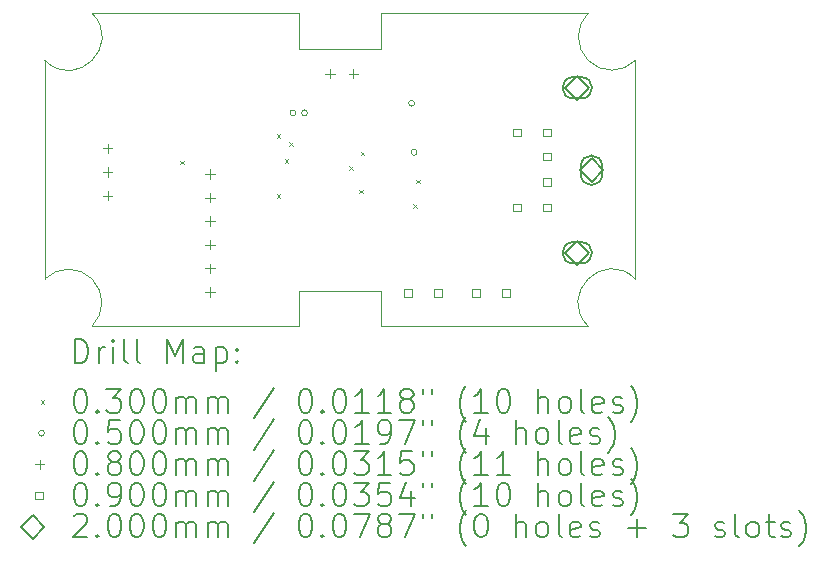
<source format=gbr>
%FSLAX45Y45*%
G04 Gerber Fmt 4.5, Leading zero omitted, Abs format (unit mm)*
G04 Created by KiCad (PCBNEW (6.0.1-0)) date 2022-03-09 23:32:51*
%MOMM*%
%LPD*%
G01*
G04 APERTURE LIST*
%TA.AperFunction,Profile*%
%ADD10C,0.050000*%
%TD*%
%ADD11C,0.200000*%
%ADD12C,0.030000*%
%ADD13C,0.050000*%
%ADD14C,0.080000*%
%ADD15C,0.090000*%
G04 APERTURE END LIST*
D10*
X5000000Y-8400000D02*
X5000000Y-10250000D01*
X7850000Y-8000000D02*
X9600000Y-8000000D01*
X5400000Y-10650000D02*
X7150000Y-10650000D01*
X7850000Y-10650000D02*
X9600000Y-10650000D01*
X7150000Y-10350000D02*
X7850000Y-10350000D01*
X7850000Y-10650000D02*
X7850000Y-10350000D01*
X7150000Y-8300000D02*
X7150000Y-8000000D01*
X7850000Y-8300000D02*
X7850000Y-8000000D01*
X7150000Y-8300000D02*
X7850000Y-8300000D01*
X5400000Y-10650000D02*
G75*
G03*
X5000000Y-10250000I-200000J200000D01*
G01*
X10000000Y-10250000D02*
G75*
G03*
X9600000Y-10650000I-200000J-200000D01*
G01*
X9600000Y-8000000D02*
G75*
G03*
X10000000Y-8400000I200000J-200000D01*
G01*
X5400000Y-8000000D02*
X7150000Y-8000000D01*
X5000000Y-8400000D02*
G75*
G03*
X5400000Y-8000000I200000J200000D01*
G01*
X7150000Y-10650000D02*
X7150000Y-10350000D01*
X10000000Y-8400000D02*
X10000000Y-10250000D01*
D11*
D12*
X6148000Y-9251000D02*
X6178000Y-9281000D01*
X6178000Y-9251000D02*
X6148000Y-9281000D01*
X6963000Y-9531000D02*
X6993000Y-9561000D01*
X6993000Y-9531000D02*
X6963000Y-9561000D01*
X6965000Y-9027000D02*
X6995000Y-9057000D01*
X6995000Y-9027000D02*
X6965000Y-9057000D01*
X7030500Y-9234500D02*
X7060500Y-9264500D01*
X7060500Y-9234500D02*
X7030500Y-9264500D01*
X7071000Y-9094000D02*
X7101000Y-9124000D01*
X7101000Y-9094000D02*
X7071000Y-9124000D01*
X7578650Y-9295000D02*
X7608650Y-9325000D01*
X7608650Y-9295000D02*
X7578650Y-9325000D01*
X7660000Y-9495000D02*
X7690000Y-9525000D01*
X7690000Y-9495000D02*
X7660000Y-9525000D01*
X7674000Y-9173000D02*
X7704000Y-9203000D01*
X7704000Y-9173000D02*
X7674000Y-9203000D01*
X8121000Y-9618000D02*
X8151000Y-9648000D01*
X8151000Y-9618000D02*
X8121000Y-9648000D01*
X8146000Y-9409000D02*
X8176000Y-9439000D01*
X8176000Y-9409000D02*
X8146000Y-9439000D01*
D13*
X7126000Y-8844000D02*
G75*
G03*
X7126000Y-8844000I-25000J0D01*
G01*
X7224000Y-8844000D02*
G75*
G03*
X7224000Y-8844000I-25000J0D01*
G01*
X8130000Y-8764000D02*
G75*
G03*
X8130000Y-8764000I-25000J0D01*
G01*
X8152000Y-9178000D02*
G75*
G03*
X8152000Y-9178000I-25000J0D01*
G01*
D14*
X5532000Y-9104000D02*
X5532000Y-9184000D01*
X5492000Y-9144000D02*
X5572000Y-9144000D01*
X5532000Y-9304000D02*
X5532000Y-9384000D01*
X5492000Y-9344000D02*
X5572000Y-9344000D01*
X5532000Y-9504000D02*
X5532000Y-9584000D01*
X5492000Y-9544000D02*
X5572000Y-9544000D01*
X6398000Y-9321000D02*
X6398000Y-9401000D01*
X6358000Y-9361000D02*
X6438000Y-9361000D01*
X6398000Y-9521000D02*
X6398000Y-9601000D01*
X6358000Y-9561000D02*
X6438000Y-9561000D01*
X6398000Y-9721000D02*
X6398000Y-9801000D01*
X6358000Y-9761000D02*
X6438000Y-9761000D01*
X6398000Y-9921000D02*
X6398000Y-10001000D01*
X6358000Y-9961000D02*
X6438000Y-9961000D01*
X6398000Y-10121000D02*
X6398000Y-10201000D01*
X6358000Y-10161000D02*
X6438000Y-10161000D01*
X6398000Y-10321000D02*
X6398000Y-10401000D01*
X6358000Y-10361000D02*
X6438000Y-10361000D01*
X7413000Y-8473000D02*
X7413000Y-8553000D01*
X7373000Y-8513000D02*
X7453000Y-8513000D01*
X7613000Y-8473000D02*
X7613000Y-8553000D01*
X7573000Y-8513000D02*
X7653000Y-8513000D01*
D15*
X8108820Y-10400820D02*
X8108820Y-10337180D01*
X8045180Y-10337180D01*
X8045180Y-10400820D01*
X8108820Y-10400820D01*
X8362820Y-10400820D02*
X8362820Y-10337180D01*
X8299180Y-10337180D01*
X8299180Y-10400820D01*
X8362820Y-10400820D01*
X8683820Y-10399820D02*
X8683820Y-10336180D01*
X8620180Y-10336180D01*
X8620180Y-10399820D01*
X8683820Y-10399820D01*
X8937820Y-10399820D02*
X8937820Y-10336180D01*
X8874180Y-10336180D01*
X8874180Y-10399820D01*
X8937820Y-10399820D01*
X9031820Y-9044320D02*
X9031820Y-8980680D01*
X8968180Y-8980680D01*
X8968180Y-9044320D01*
X9031820Y-9044320D01*
X9031820Y-9679320D02*
X9031820Y-9615680D01*
X8968180Y-9615680D01*
X8968180Y-9679320D01*
X9031820Y-9679320D01*
X9285820Y-9044320D02*
X9285820Y-8980680D01*
X9222180Y-8980680D01*
X9222180Y-9044320D01*
X9285820Y-9044320D01*
X9285820Y-9247520D02*
X9285820Y-9183880D01*
X9222180Y-9183880D01*
X9222180Y-9247520D01*
X9285820Y-9247520D01*
X9285820Y-9463420D02*
X9285820Y-9399780D01*
X9222180Y-9399780D01*
X9222180Y-9463420D01*
X9285820Y-9463420D01*
X9285820Y-9679320D02*
X9285820Y-9615680D01*
X9222180Y-9615680D01*
X9222180Y-9679320D01*
X9285820Y-9679320D01*
D11*
X9508000Y-8731500D02*
X9608000Y-8631500D01*
X9508000Y-8531500D01*
X9408000Y-8631500D01*
X9508000Y-8731500D01*
X9543000Y-8541500D02*
X9473000Y-8541500D01*
X9543000Y-8721500D02*
X9473000Y-8721500D01*
X9473000Y-8541500D02*
G75*
G03*
X9473000Y-8721500I0J-90000D01*
G01*
X9543000Y-8721500D02*
G75*
G03*
X9543000Y-8541500I0J90000D01*
G01*
X9508000Y-10128500D02*
X9608000Y-10028500D01*
X9508000Y-9928500D01*
X9408000Y-10028500D01*
X9508000Y-10128500D01*
X9543000Y-9938500D02*
X9473000Y-9938500D01*
X9543000Y-10118500D02*
X9473000Y-10118500D01*
X9473000Y-9938500D02*
G75*
G03*
X9473000Y-10118500I0J-90000D01*
G01*
X9543000Y-10118500D02*
G75*
G03*
X9543000Y-9938500I0J90000D01*
G01*
X9628780Y-9430000D02*
X9728780Y-9330000D01*
X9628780Y-9230000D01*
X9528780Y-9330000D01*
X9628780Y-9430000D01*
X9718780Y-9365000D02*
X9718780Y-9295000D01*
X9538780Y-9365000D02*
X9538780Y-9295000D01*
X9718780Y-9295000D02*
G75*
G03*
X9538780Y-9295000I-90000J0D01*
G01*
X9538780Y-9365000D02*
G75*
G03*
X9718780Y-9365000I90000J0D01*
G01*
X5255119Y-10962976D02*
X5255119Y-10762976D01*
X5302738Y-10762976D01*
X5331310Y-10772500D01*
X5350357Y-10791548D01*
X5359881Y-10810595D01*
X5369405Y-10848691D01*
X5369405Y-10877262D01*
X5359881Y-10915357D01*
X5350357Y-10934405D01*
X5331310Y-10953453D01*
X5302738Y-10962976D01*
X5255119Y-10962976D01*
X5455119Y-10962976D02*
X5455119Y-10829643D01*
X5455119Y-10867738D02*
X5464643Y-10848691D01*
X5474167Y-10839167D01*
X5493214Y-10829643D01*
X5512262Y-10829643D01*
X5578929Y-10962976D02*
X5578929Y-10829643D01*
X5578929Y-10762976D02*
X5569405Y-10772500D01*
X5578929Y-10782024D01*
X5588452Y-10772500D01*
X5578929Y-10762976D01*
X5578929Y-10782024D01*
X5702738Y-10962976D02*
X5683690Y-10953453D01*
X5674167Y-10934405D01*
X5674167Y-10762976D01*
X5807500Y-10962976D02*
X5788452Y-10953453D01*
X5778928Y-10934405D01*
X5778928Y-10762976D01*
X6036071Y-10962976D02*
X6036071Y-10762976D01*
X6102738Y-10905834D01*
X6169405Y-10762976D01*
X6169405Y-10962976D01*
X6350357Y-10962976D02*
X6350357Y-10858214D01*
X6340833Y-10839167D01*
X6321786Y-10829643D01*
X6283690Y-10829643D01*
X6264643Y-10839167D01*
X6350357Y-10953453D02*
X6331309Y-10962976D01*
X6283690Y-10962976D01*
X6264643Y-10953453D01*
X6255119Y-10934405D01*
X6255119Y-10915357D01*
X6264643Y-10896310D01*
X6283690Y-10886786D01*
X6331309Y-10886786D01*
X6350357Y-10877262D01*
X6445595Y-10829643D02*
X6445595Y-11029643D01*
X6445595Y-10839167D02*
X6464643Y-10829643D01*
X6502738Y-10829643D01*
X6521786Y-10839167D01*
X6531309Y-10848691D01*
X6540833Y-10867738D01*
X6540833Y-10924881D01*
X6531309Y-10943929D01*
X6521786Y-10953453D01*
X6502738Y-10962976D01*
X6464643Y-10962976D01*
X6445595Y-10953453D01*
X6626548Y-10943929D02*
X6636071Y-10953453D01*
X6626548Y-10962976D01*
X6617024Y-10953453D01*
X6626548Y-10943929D01*
X6626548Y-10962976D01*
X6626548Y-10839167D02*
X6636071Y-10848691D01*
X6626548Y-10858214D01*
X6617024Y-10848691D01*
X6626548Y-10839167D01*
X6626548Y-10858214D01*
D12*
X4967500Y-11277500D02*
X4997500Y-11307500D01*
X4997500Y-11277500D02*
X4967500Y-11307500D01*
D11*
X5293214Y-11182976D02*
X5312262Y-11182976D01*
X5331310Y-11192500D01*
X5340833Y-11202024D01*
X5350357Y-11221072D01*
X5359881Y-11259167D01*
X5359881Y-11306786D01*
X5350357Y-11344881D01*
X5340833Y-11363929D01*
X5331310Y-11373452D01*
X5312262Y-11382976D01*
X5293214Y-11382976D01*
X5274167Y-11373452D01*
X5264643Y-11363929D01*
X5255119Y-11344881D01*
X5245595Y-11306786D01*
X5245595Y-11259167D01*
X5255119Y-11221072D01*
X5264643Y-11202024D01*
X5274167Y-11192500D01*
X5293214Y-11182976D01*
X5445595Y-11363929D02*
X5455119Y-11373452D01*
X5445595Y-11382976D01*
X5436071Y-11373452D01*
X5445595Y-11363929D01*
X5445595Y-11382976D01*
X5521786Y-11182976D02*
X5645595Y-11182976D01*
X5578929Y-11259167D01*
X5607500Y-11259167D01*
X5626548Y-11268691D01*
X5636071Y-11278214D01*
X5645595Y-11297262D01*
X5645595Y-11344881D01*
X5636071Y-11363929D01*
X5626548Y-11373452D01*
X5607500Y-11382976D01*
X5550357Y-11382976D01*
X5531310Y-11373452D01*
X5521786Y-11363929D01*
X5769405Y-11182976D02*
X5788452Y-11182976D01*
X5807500Y-11192500D01*
X5817024Y-11202024D01*
X5826548Y-11221072D01*
X5836071Y-11259167D01*
X5836071Y-11306786D01*
X5826548Y-11344881D01*
X5817024Y-11363929D01*
X5807500Y-11373452D01*
X5788452Y-11382976D01*
X5769405Y-11382976D01*
X5750357Y-11373452D01*
X5740833Y-11363929D01*
X5731309Y-11344881D01*
X5721786Y-11306786D01*
X5721786Y-11259167D01*
X5731309Y-11221072D01*
X5740833Y-11202024D01*
X5750357Y-11192500D01*
X5769405Y-11182976D01*
X5959881Y-11182976D02*
X5978928Y-11182976D01*
X5997976Y-11192500D01*
X6007500Y-11202024D01*
X6017024Y-11221072D01*
X6026548Y-11259167D01*
X6026548Y-11306786D01*
X6017024Y-11344881D01*
X6007500Y-11363929D01*
X5997976Y-11373452D01*
X5978928Y-11382976D01*
X5959881Y-11382976D01*
X5940833Y-11373452D01*
X5931309Y-11363929D01*
X5921786Y-11344881D01*
X5912262Y-11306786D01*
X5912262Y-11259167D01*
X5921786Y-11221072D01*
X5931309Y-11202024D01*
X5940833Y-11192500D01*
X5959881Y-11182976D01*
X6112262Y-11382976D02*
X6112262Y-11249643D01*
X6112262Y-11268691D02*
X6121786Y-11259167D01*
X6140833Y-11249643D01*
X6169405Y-11249643D01*
X6188452Y-11259167D01*
X6197976Y-11278214D01*
X6197976Y-11382976D01*
X6197976Y-11278214D02*
X6207500Y-11259167D01*
X6226548Y-11249643D01*
X6255119Y-11249643D01*
X6274167Y-11259167D01*
X6283690Y-11278214D01*
X6283690Y-11382976D01*
X6378928Y-11382976D02*
X6378928Y-11249643D01*
X6378928Y-11268691D02*
X6388452Y-11259167D01*
X6407500Y-11249643D01*
X6436071Y-11249643D01*
X6455119Y-11259167D01*
X6464643Y-11278214D01*
X6464643Y-11382976D01*
X6464643Y-11278214D02*
X6474167Y-11259167D01*
X6493214Y-11249643D01*
X6521786Y-11249643D01*
X6540833Y-11259167D01*
X6550357Y-11278214D01*
X6550357Y-11382976D01*
X6940833Y-11173453D02*
X6769405Y-11430595D01*
X7197976Y-11182976D02*
X7217024Y-11182976D01*
X7236071Y-11192500D01*
X7245595Y-11202024D01*
X7255119Y-11221072D01*
X7264643Y-11259167D01*
X7264643Y-11306786D01*
X7255119Y-11344881D01*
X7245595Y-11363929D01*
X7236071Y-11373452D01*
X7217024Y-11382976D01*
X7197976Y-11382976D01*
X7178928Y-11373452D01*
X7169405Y-11363929D01*
X7159881Y-11344881D01*
X7150357Y-11306786D01*
X7150357Y-11259167D01*
X7159881Y-11221072D01*
X7169405Y-11202024D01*
X7178928Y-11192500D01*
X7197976Y-11182976D01*
X7350357Y-11363929D02*
X7359881Y-11373452D01*
X7350357Y-11382976D01*
X7340833Y-11373452D01*
X7350357Y-11363929D01*
X7350357Y-11382976D01*
X7483690Y-11182976D02*
X7502738Y-11182976D01*
X7521786Y-11192500D01*
X7531309Y-11202024D01*
X7540833Y-11221072D01*
X7550357Y-11259167D01*
X7550357Y-11306786D01*
X7540833Y-11344881D01*
X7531309Y-11363929D01*
X7521786Y-11373452D01*
X7502738Y-11382976D01*
X7483690Y-11382976D01*
X7464643Y-11373452D01*
X7455119Y-11363929D01*
X7445595Y-11344881D01*
X7436071Y-11306786D01*
X7436071Y-11259167D01*
X7445595Y-11221072D01*
X7455119Y-11202024D01*
X7464643Y-11192500D01*
X7483690Y-11182976D01*
X7740833Y-11382976D02*
X7626548Y-11382976D01*
X7683690Y-11382976D02*
X7683690Y-11182976D01*
X7664643Y-11211548D01*
X7645595Y-11230595D01*
X7626548Y-11240119D01*
X7931309Y-11382976D02*
X7817024Y-11382976D01*
X7874167Y-11382976D02*
X7874167Y-11182976D01*
X7855119Y-11211548D01*
X7836071Y-11230595D01*
X7817024Y-11240119D01*
X8045595Y-11268691D02*
X8026548Y-11259167D01*
X8017024Y-11249643D01*
X8007500Y-11230595D01*
X8007500Y-11221072D01*
X8017024Y-11202024D01*
X8026548Y-11192500D01*
X8045595Y-11182976D01*
X8083690Y-11182976D01*
X8102738Y-11192500D01*
X8112262Y-11202024D01*
X8121786Y-11221072D01*
X8121786Y-11230595D01*
X8112262Y-11249643D01*
X8102738Y-11259167D01*
X8083690Y-11268691D01*
X8045595Y-11268691D01*
X8026548Y-11278214D01*
X8017024Y-11287738D01*
X8007500Y-11306786D01*
X8007500Y-11344881D01*
X8017024Y-11363929D01*
X8026548Y-11373452D01*
X8045595Y-11382976D01*
X8083690Y-11382976D01*
X8102738Y-11373452D01*
X8112262Y-11363929D01*
X8121786Y-11344881D01*
X8121786Y-11306786D01*
X8112262Y-11287738D01*
X8102738Y-11278214D01*
X8083690Y-11268691D01*
X8197976Y-11182976D02*
X8197976Y-11221072D01*
X8274167Y-11182976D02*
X8274167Y-11221072D01*
X8569405Y-11459167D02*
X8559881Y-11449643D01*
X8540833Y-11421072D01*
X8531310Y-11402024D01*
X8521786Y-11373452D01*
X8512262Y-11325833D01*
X8512262Y-11287738D01*
X8521786Y-11240119D01*
X8531310Y-11211548D01*
X8540833Y-11192500D01*
X8559881Y-11163929D01*
X8569405Y-11154405D01*
X8750357Y-11382976D02*
X8636071Y-11382976D01*
X8693214Y-11382976D02*
X8693214Y-11182976D01*
X8674167Y-11211548D01*
X8655119Y-11230595D01*
X8636071Y-11240119D01*
X8874167Y-11182976D02*
X8893214Y-11182976D01*
X8912262Y-11192500D01*
X8921786Y-11202024D01*
X8931310Y-11221072D01*
X8940833Y-11259167D01*
X8940833Y-11306786D01*
X8931310Y-11344881D01*
X8921786Y-11363929D01*
X8912262Y-11373452D01*
X8893214Y-11382976D01*
X8874167Y-11382976D01*
X8855119Y-11373452D01*
X8845595Y-11363929D01*
X8836071Y-11344881D01*
X8826548Y-11306786D01*
X8826548Y-11259167D01*
X8836071Y-11221072D01*
X8845595Y-11202024D01*
X8855119Y-11192500D01*
X8874167Y-11182976D01*
X9178929Y-11382976D02*
X9178929Y-11182976D01*
X9264643Y-11382976D02*
X9264643Y-11278214D01*
X9255119Y-11259167D01*
X9236071Y-11249643D01*
X9207500Y-11249643D01*
X9188452Y-11259167D01*
X9178929Y-11268691D01*
X9388452Y-11382976D02*
X9369405Y-11373452D01*
X9359881Y-11363929D01*
X9350357Y-11344881D01*
X9350357Y-11287738D01*
X9359881Y-11268691D01*
X9369405Y-11259167D01*
X9388452Y-11249643D01*
X9417024Y-11249643D01*
X9436071Y-11259167D01*
X9445595Y-11268691D01*
X9455119Y-11287738D01*
X9455119Y-11344881D01*
X9445595Y-11363929D01*
X9436071Y-11373452D01*
X9417024Y-11382976D01*
X9388452Y-11382976D01*
X9569405Y-11382976D02*
X9550357Y-11373452D01*
X9540833Y-11354405D01*
X9540833Y-11182976D01*
X9721786Y-11373452D02*
X9702738Y-11382976D01*
X9664643Y-11382976D01*
X9645595Y-11373452D01*
X9636071Y-11354405D01*
X9636071Y-11278214D01*
X9645595Y-11259167D01*
X9664643Y-11249643D01*
X9702738Y-11249643D01*
X9721786Y-11259167D01*
X9731310Y-11278214D01*
X9731310Y-11297262D01*
X9636071Y-11316310D01*
X9807500Y-11373452D02*
X9826548Y-11382976D01*
X9864643Y-11382976D01*
X9883690Y-11373452D01*
X9893214Y-11354405D01*
X9893214Y-11344881D01*
X9883690Y-11325833D01*
X9864643Y-11316310D01*
X9836071Y-11316310D01*
X9817024Y-11306786D01*
X9807500Y-11287738D01*
X9807500Y-11278214D01*
X9817024Y-11259167D01*
X9836071Y-11249643D01*
X9864643Y-11249643D01*
X9883690Y-11259167D01*
X9959881Y-11459167D02*
X9969405Y-11449643D01*
X9988452Y-11421072D01*
X9997976Y-11402024D01*
X10007500Y-11373452D01*
X10017024Y-11325833D01*
X10017024Y-11287738D01*
X10007500Y-11240119D01*
X9997976Y-11211548D01*
X9988452Y-11192500D01*
X9969405Y-11163929D01*
X9959881Y-11154405D01*
D13*
X4997500Y-11556500D02*
G75*
G03*
X4997500Y-11556500I-25000J0D01*
G01*
D11*
X5293214Y-11446976D02*
X5312262Y-11446976D01*
X5331310Y-11456500D01*
X5340833Y-11466024D01*
X5350357Y-11485072D01*
X5359881Y-11523167D01*
X5359881Y-11570786D01*
X5350357Y-11608881D01*
X5340833Y-11627929D01*
X5331310Y-11637452D01*
X5312262Y-11646976D01*
X5293214Y-11646976D01*
X5274167Y-11637452D01*
X5264643Y-11627929D01*
X5255119Y-11608881D01*
X5245595Y-11570786D01*
X5245595Y-11523167D01*
X5255119Y-11485072D01*
X5264643Y-11466024D01*
X5274167Y-11456500D01*
X5293214Y-11446976D01*
X5445595Y-11627929D02*
X5455119Y-11637452D01*
X5445595Y-11646976D01*
X5436071Y-11637452D01*
X5445595Y-11627929D01*
X5445595Y-11646976D01*
X5636071Y-11446976D02*
X5540833Y-11446976D01*
X5531310Y-11542214D01*
X5540833Y-11532691D01*
X5559881Y-11523167D01*
X5607500Y-11523167D01*
X5626548Y-11532691D01*
X5636071Y-11542214D01*
X5645595Y-11561262D01*
X5645595Y-11608881D01*
X5636071Y-11627929D01*
X5626548Y-11637452D01*
X5607500Y-11646976D01*
X5559881Y-11646976D01*
X5540833Y-11637452D01*
X5531310Y-11627929D01*
X5769405Y-11446976D02*
X5788452Y-11446976D01*
X5807500Y-11456500D01*
X5817024Y-11466024D01*
X5826548Y-11485072D01*
X5836071Y-11523167D01*
X5836071Y-11570786D01*
X5826548Y-11608881D01*
X5817024Y-11627929D01*
X5807500Y-11637452D01*
X5788452Y-11646976D01*
X5769405Y-11646976D01*
X5750357Y-11637452D01*
X5740833Y-11627929D01*
X5731309Y-11608881D01*
X5721786Y-11570786D01*
X5721786Y-11523167D01*
X5731309Y-11485072D01*
X5740833Y-11466024D01*
X5750357Y-11456500D01*
X5769405Y-11446976D01*
X5959881Y-11446976D02*
X5978928Y-11446976D01*
X5997976Y-11456500D01*
X6007500Y-11466024D01*
X6017024Y-11485072D01*
X6026548Y-11523167D01*
X6026548Y-11570786D01*
X6017024Y-11608881D01*
X6007500Y-11627929D01*
X5997976Y-11637452D01*
X5978928Y-11646976D01*
X5959881Y-11646976D01*
X5940833Y-11637452D01*
X5931309Y-11627929D01*
X5921786Y-11608881D01*
X5912262Y-11570786D01*
X5912262Y-11523167D01*
X5921786Y-11485072D01*
X5931309Y-11466024D01*
X5940833Y-11456500D01*
X5959881Y-11446976D01*
X6112262Y-11646976D02*
X6112262Y-11513643D01*
X6112262Y-11532691D02*
X6121786Y-11523167D01*
X6140833Y-11513643D01*
X6169405Y-11513643D01*
X6188452Y-11523167D01*
X6197976Y-11542214D01*
X6197976Y-11646976D01*
X6197976Y-11542214D02*
X6207500Y-11523167D01*
X6226548Y-11513643D01*
X6255119Y-11513643D01*
X6274167Y-11523167D01*
X6283690Y-11542214D01*
X6283690Y-11646976D01*
X6378928Y-11646976D02*
X6378928Y-11513643D01*
X6378928Y-11532691D02*
X6388452Y-11523167D01*
X6407500Y-11513643D01*
X6436071Y-11513643D01*
X6455119Y-11523167D01*
X6464643Y-11542214D01*
X6464643Y-11646976D01*
X6464643Y-11542214D02*
X6474167Y-11523167D01*
X6493214Y-11513643D01*
X6521786Y-11513643D01*
X6540833Y-11523167D01*
X6550357Y-11542214D01*
X6550357Y-11646976D01*
X6940833Y-11437452D02*
X6769405Y-11694595D01*
X7197976Y-11446976D02*
X7217024Y-11446976D01*
X7236071Y-11456500D01*
X7245595Y-11466024D01*
X7255119Y-11485072D01*
X7264643Y-11523167D01*
X7264643Y-11570786D01*
X7255119Y-11608881D01*
X7245595Y-11627929D01*
X7236071Y-11637452D01*
X7217024Y-11646976D01*
X7197976Y-11646976D01*
X7178928Y-11637452D01*
X7169405Y-11627929D01*
X7159881Y-11608881D01*
X7150357Y-11570786D01*
X7150357Y-11523167D01*
X7159881Y-11485072D01*
X7169405Y-11466024D01*
X7178928Y-11456500D01*
X7197976Y-11446976D01*
X7350357Y-11627929D02*
X7359881Y-11637452D01*
X7350357Y-11646976D01*
X7340833Y-11637452D01*
X7350357Y-11627929D01*
X7350357Y-11646976D01*
X7483690Y-11446976D02*
X7502738Y-11446976D01*
X7521786Y-11456500D01*
X7531309Y-11466024D01*
X7540833Y-11485072D01*
X7550357Y-11523167D01*
X7550357Y-11570786D01*
X7540833Y-11608881D01*
X7531309Y-11627929D01*
X7521786Y-11637452D01*
X7502738Y-11646976D01*
X7483690Y-11646976D01*
X7464643Y-11637452D01*
X7455119Y-11627929D01*
X7445595Y-11608881D01*
X7436071Y-11570786D01*
X7436071Y-11523167D01*
X7445595Y-11485072D01*
X7455119Y-11466024D01*
X7464643Y-11456500D01*
X7483690Y-11446976D01*
X7740833Y-11646976D02*
X7626548Y-11646976D01*
X7683690Y-11646976D02*
X7683690Y-11446976D01*
X7664643Y-11475548D01*
X7645595Y-11494595D01*
X7626548Y-11504119D01*
X7836071Y-11646976D02*
X7874167Y-11646976D01*
X7893214Y-11637452D01*
X7902738Y-11627929D01*
X7921786Y-11599357D01*
X7931309Y-11561262D01*
X7931309Y-11485072D01*
X7921786Y-11466024D01*
X7912262Y-11456500D01*
X7893214Y-11446976D01*
X7855119Y-11446976D01*
X7836071Y-11456500D01*
X7826548Y-11466024D01*
X7817024Y-11485072D01*
X7817024Y-11532691D01*
X7826548Y-11551738D01*
X7836071Y-11561262D01*
X7855119Y-11570786D01*
X7893214Y-11570786D01*
X7912262Y-11561262D01*
X7921786Y-11551738D01*
X7931309Y-11532691D01*
X7997976Y-11446976D02*
X8131309Y-11446976D01*
X8045595Y-11646976D01*
X8197976Y-11446976D02*
X8197976Y-11485072D01*
X8274167Y-11446976D02*
X8274167Y-11485072D01*
X8569405Y-11723167D02*
X8559881Y-11713643D01*
X8540833Y-11685072D01*
X8531310Y-11666024D01*
X8521786Y-11637452D01*
X8512262Y-11589833D01*
X8512262Y-11551738D01*
X8521786Y-11504119D01*
X8531310Y-11475548D01*
X8540833Y-11456500D01*
X8559881Y-11427929D01*
X8569405Y-11418405D01*
X8731310Y-11513643D02*
X8731310Y-11646976D01*
X8683690Y-11437452D02*
X8636071Y-11580310D01*
X8759881Y-11580310D01*
X8988452Y-11646976D02*
X8988452Y-11446976D01*
X9074167Y-11646976D02*
X9074167Y-11542214D01*
X9064643Y-11523167D01*
X9045595Y-11513643D01*
X9017024Y-11513643D01*
X8997976Y-11523167D01*
X8988452Y-11532691D01*
X9197976Y-11646976D02*
X9178929Y-11637452D01*
X9169405Y-11627929D01*
X9159881Y-11608881D01*
X9159881Y-11551738D01*
X9169405Y-11532691D01*
X9178929Y-11523167D01*
X9197976Y-11513643D01*
X9226548Y-11513643D01*
X9245595Y-11523167D01*
X9255119Y-11532691D01*
X9264643Y-11551738D01*
X9264643Y-11608881D01*
X9255119Y-11627929D01*
X9245595Y-11637452D01*
X9226548Y-11646976D01*
X9197976Y-11646976D01*
X9378929Y-11646976D02*
X9359881Y-11637452D01*
X9350357Y-11618405D01*
X9350357Y-11446976D01*
X9531310Y-11637452D02*
X9512262Y-11646976D01*
X9474167Y-11646976D01*
X9455119Y-11637452D01*
X9445595Y-11618405D01*
X9445595Y-11542214D01*
X9455119Y-11523167D01*
X9474167Y-11513643D01*
X9512262Y-11513643D01*
X9531310Y-11523167D01*
X9540833Y-11542214D01*
X9540833Y-11561262D01*
X9445595Y-11580310D01*
X9617024Y-11637452D02*
X9636071Y-11646976D01*
X9674167Y-11646976D01*
X9693214Y-11637452D01*
X9702738Y-11618405D01*
X9702738Y-11608881D01*
X9693214Y-11589833D01*
X9674167Y-11580310D01*
X9645595Y-11580310D01*
X9626548Y-11570786D01*
X9617024Y-11551738D01*
X9617024Y-11542214D01*
X9626548Y-11523167D01*
X9645595Y-11513643D01*
X9674167Y-11513643D01*
X9693214Y-11523167D01*
X9769405Y-11723167D02*
X9778929Y-11713643D01*
X9797976Y-11685072D01*
X9807500Y-11666024D01*
X9817024Y-11637452D01*
X9826548Y-11589833D01*
X9826548Y-11551738D01*
X9817024Y-11504119D01*
X9807500Y-11475548D01*
X9797976Y-11456500D01*
X9778929Y-11427929D01*
X9769405Y-11418405D01*
D14*
X4957500Y-11780500D02*
X4957500Y-11860500D01*
X4917500Y-11820500D02*
X4997500Y-11820500D01*
D11*
X5293214Y-11710976D02*
X5312262Y-11710976D01*
X5331310Y-11720500D01*
X5340833Y-11730024D01*
X5350357Y-11749072D01*
X5359881Y-11787167D01*
X5359881Y-11834786D01*
X5350357Y-11872881D01*
X5340833Y-11891929D01*
X5331310Y-11901452D01*
X5312262Y-11910976D01*
X5293214Y-11910976D01*
X5274167Y-11901452D01*
X5264643Y-11891929D01*
X5255119Y-11872881D01*
X5245595Y-11834786D01*
X5245595Y-11787167D01*
X5255119Y-11749072D01*
X5264643Y-11730024D01*
X5274167Y-11720500D01*
X5293214Y-11710976D01*
X5445595Y-11891929D02*
X5455119Y-11901452D01*
X5445595Y-11910976D01*
X5436071Y-11901452D01*
X5445595Y-11891929D01*
X5445595Y-11910976D01*
X5569405Y-11796691D02*
X5550357Y-11787167D01*
X5540833Y-11777643D01*
X5531310Y-11758595D01*
X5531310Y-11749072D01*
X5540833Y-11730024D01*
X5550357Y-11720500D01*
X5569405Y-11710976D01*
X5607500Y-11710976D01*
X5626548Y-11720500D01*
X5636071Y-11730024D01*
X5645595Y-11749072D01*
X5645595Y-11758595D01*
X5636071Y-11777643D01*
X5626548Y-11787167D01*
X5607500Y-11796691D01*
X5569405Y-11796691D01*
X5550357Y-11806214D01*
X5540833Y-11815738D01*
X5531310Y-11834786D01*
X5531310Y-11872881D01*
X5540833Y-11891929D01*
X5550357Y-11901452D01*
X5569405Y-11910976D01*
X5607500Y-11910976D01*
X5626548Y-11901452D01*
X5636071Y-11891929D01*
X5645595Y-11872881D01*
X5645595Y-11834786D01*
X5636071Y-11815738D01*
X5626548Y-11806214D01*
X5607500Y-11796691D01*
X5769405Y-11710976D02*
X5788452Y-11710976D01*
X5807500Y-11720500D01*
X5817024Y-11730024D01*
X5826548Y-11749072D01*
X5836071Y-11787167D01*
X5836071Y-11834786D01*
X5826548Y-11872881D01*
X5817024Y-11891929D01*
X5807500Y-11901452D01*
X5788452Y-11910976D01*
X5769405Y-11910976D01*
X5750357Y-11901452D01*
X5740833Y-11891929D01*
X5731309Y-11872881D01*
X5721786Y-11834786D01*
X5721786Y-11787167D01*
X5731309Y-11749072D01*
X5740833Y-11730024D01*
X5750357Y-11720500D01*
X5769405Y-11710976D01*
X5959881Y-11710976D02*
X5978928Y-11710976D01*
X5997976Y-11720500D01*
X6007500Y-11730024D01*
X6017024Y-11749072D01*
X6026548Y-11787167D01*
X6026548Y-11834786D01*
X6017024Y-11872881D01*
X6007500Y-11891929D01*
X5997976Y-11901452D01*
X5978928Y-11910976D01*
X5959881Y-11910976D01*
X5940833Y-11901452D01*
X5931309Y-11891929D01*
X5921786Y-11872881D01*
X5912262Y-11834786D01*
X5912262Y-11787167D01*
X5921786Y-11749072D01*
X5931309Y-11730024D01*
X5940833Y-11720500D01*
X5959881Y-11710976D01*
X6112262Y-11910976D02*
X6112262Y-11777643D01*
X6112262Y-11796691D02*
X6121786Y-11787167D01*
X6140833Y-11777643D01*
X6169405Y-11777643D01*
X6188452Y-11787167D01*
X6197976Y-11806214D01*
X6197976Y-11910976D01*
X6197976Y-11806214D02*
X6207500Y-11787167D01*
X6226548Y-11777643D01*
X6255119Y-11777643D01*
X6274167Y-11787167D01*
X6283690Y-11806214D01*
X6283690Y-11910976D01*
X6378928Y-11910976D02*
X6378928Y-11777643D01*
X6378928Y-11796691D02*
X6388452Y-11787167D01*
X6407500Y-11777643D01*
X6436071Y-11777643D01*
X6455119Y-11787167D01*
X6464643Y-11806214D01*
X6464643Y-11910976D01*
X6464643Y-11806214D02*
X6474167Y-11787167D01*
X6493214Y-11777643D01*
X6521786Y-11777643D01*
X6540833Y-11787167D01*
X6550357Y-11806214D01*
X6550357Y-11910976D01*
X6940833Y-11701452D02*
X6769405Y-11958595D01*
X7197976Y-11710976D02*
X7217024Y-11710976D01*
X7236071Y-11720500D01*
X7245595Y-11730024D01*
X7255119Y-11749072D01*
X7264643Y-11787167D01*
X7264643Y-11834786D01*
X7255119Y-11872881D01*
X7245595Y-11891929D01*
X7236071Y-11901452D01*
X7217024Y-11910976D01*
X7197976Y-11910976D01*
X7178928Y-11901452D01*
X7169405Y-11891929D01*
X7159881Y-11872881D01*
X7150357Y-11834786D01*
X7150357Y-11787167D01*
X7159881Y-11749072D01*
X7169405Y-11730024D01*
X7178928Y-11720500D01*
X7197976Y-11710976D01*
X7350357Y-11891929D02*
X7359881Y-11901452D01*
X7350357Y-11910976D01*
X7340833Y-11901452D01*
X7350357Y-11891929D01*
X7350357Y-11910976D01*
X7483690Y-11710976D02*
X7502738Y-11710976D01*
X7521786Y-11720500D01*
X7531309Y-11730024D01*
X7540833Y-11749072D01*
X7550357Y-11787167D01*
X7550357Y-11834786D01*
X7540833Y-11872881D01*
X7531309Y-11891929D01*
X7521786Y-11901452D01*
X7502738Y-11910976D01*
X7483690Y-11910976D01*
X7464643Y-11901452D01*
X7455119Y-11891929D01*
X7445595Y-11872881D01*
X7436071Y-11834786D01*
X7436071Y-11787167D01*
X7445595Y-11749072D01*
X7455119Y-11730024D01*
X7464643Y-11720500D01*
X7483690Y-11710976D01*
X7617024Y-11710976D02*
X7740833Y-11710976D01*
X7674167Y-11787167D01*
X7702738Y-11787167D01*
X7721786Y-11796691D01*
X7731309Y-11806214D01*
X7740833Y-11825262D01*
X7740833Y-11872881D01*
X7731309Y-11891929D01*
X7721786Y-11901452D01*
X7702738Y-11910976D01*
X7645595Y-11910976D01*
X7626548Y-11901452D01*
X7617024Y-11891929D01*
X7931309Y-11910976D02*
X7817024Y-11910976D01*
X7874167Y-11910976D02*
X7874167Y-11710976D01*
X7855119Y-11739548D01*
X7836071Y-11758595D01*
X7817024Y-11768119D01*
X8112262Y-11710976D02*
X8017024Y-11710976D01*
X8007500Y-11806214D01*
X8017024Y-11796691D01*
X8036071Y-11787167D01*
X8083690Y-11787167D01*
X8102738Y-11796691D01*
X8112262Y-11806214D01*
X8121786Y-11825262D01*
X8121786Y-11872881D01*
X8112262Y-11891929D01*
X8102738Y-11901452D01*
X8083690Y-11910976D01*
X8036071Y-11910976D01*
X8017024Y-11901452D01*
X8007500Y-11891929D01*
X8197976Y-11710976D02*
X8197976Y-11749072D01*
X8274167Y-11710976D02*
X8274167Y-11749072D01*
X8569405Y-11987167D02*
X8559881Y-11977643D01*
X8540833Y-11949072D01*
X8531310Y-11930024D01*
X8521786Y-11901452D01*
X8512262Y-11853833D01*
X8512262Y-11815738D01*
X8521786Y-11768119D01*
X8531310Y-11739548D01*
X8540833Y-11720500D01*
X8559881Y-11691929D01*
X8569405Y-11682405D01*
X8750357Y-11910976D02*
X8636071Y-11910976D01*
X8693214Y-11910976D02*
X8693214Y-11710976D01*
X8674167Y-11739548D01*
X8655119Y-11758595D01*
X8636071Y-11768119D01*
X8940833Y-11910976D02*
X8826548Y-11910976D01*
X8883690Y-11910976D02*
X8883690Y-11710976D01*
X8864643Y-11739548D01*
X8845595Y-11758595D01*
X8826548Y-11768119D01*
X9178929Y-11910976D02*
X9178929Y-11710976D01*
X9264643Y-11910976D02*
X9264643Y-11806214D01*
X9255119Y-11787167D01*
X9236071Y-11777643D01*
X9207500Y-11777643D01*
X9188452Y-11787167D01*
X9178929Y-11796691D01*
X9388452Y-11910976D02*
X9369405Y-11901452D01*
X9359881Y-11891929D01*
X9350357Y-11872881D01*
X9350357Y-11815738D01*
X9359881Y-11796691D01*
X9369405Y-11787167D01*
X9388452Y-11777643D01*
X9417024Y-11777643D01*
X9436071Y-11787167D01*
X9445595Y-11796691D01*
X9455119Y-11815738D01*
X9455119Y-11872881D01*
X9445595Y-11891929D01*
X9436071Y-11901452D01*
X9417024Y-11910976D01*
X9388452Y-11910976D01*
X9569405Y-11910976D02*
X9550357Y-11901452D01*
X9540833Y-11882405D01*
X9540833Y-11710976D01*
X9721786Y-11901452D02*
X9702738Y-11910976D01*
X9664643Y-11910976D01*
X9645595Y-11901452D01*
X9636071Y-11882405D01*
X9636071Y-11806214D01*
X9645595Y-11787167D01*
X9664643Y-11777643D01*
X9702738Y-11777643D01*
X9721786Y-11787167D01*
X9731310Y-11806214D01*
X9731310Y-11825262D01*
X9636071Y-11844310D01*
X9807500Y-11901452D02*
X9826548Y-11910976D01*
X9864643Y-11910976D01*
X9883690Y-11901452D01*
X9893214Y-11882405D01*
X9893214Y-11872881D01*
X9883690Y-11853833D01*
X9864643Y-11844310D01*
X9836071Y-11844310D01*
X9817024Y-11834786D01*
X9807500Y-11815738D01*
X9807500Y-11806214D01*
X9817024Y-11787167D01*
X9836071Y-11777643D01*
X9864643Y-11777643D01*
X9883690Y-11787167D01*
X9959881Y-11987167D02*
X9969405Y-11977643D01*
X9988452Y-11949072D01*
X9997976Y-11930024D01*
X10007500Y-11901452D01*
X10017024Y-11853833D01*
X10017024Y-11815738D01*
X10007500Y-11768119D01*
X9997976Y-11739548D01*
X9988452Y-11720500D01*
X9969405Y-11691929D01*
X9959881Y-11682405D01*
D15*
X4984320Y-12116320D02*
X4984320Y-12052680D01*
X4920680Y-12052680D01*
X4920680Y-12116320D01*
X4984320Y-12116320D01*
D11*
X5293214Y-11974976D02*
X5312262Y-11974976D01*
X5331310Y-11984500D01*
X5340833Y-11994024D01*
X5350357Y-12013072D01*
X5359881Y-12051167D01*
X5359881Y-12098786D01*
X5350357Y-12136881D01*
X5340833Y-12155929D01*
X5331310Y-12165452D01*
X5312262Y-12174976D01*
X5293214Y-12174976D01*
X5274167Y-12165452D01*
X5264643Y-12155929D01*
X5255119Y-12136881D01*
X5245595Y-12098786D01*
X5245595Y-12051167D01*
X5255119Y-12013072D01*
X5264643Y-11994024D01*
X5274167Y-11984500D01*
X5293214Y-11974976D01*
X5445595Y-12155929D02*
X5455119Y-12165452D01*
X5445595Y-12174976D01*
X5436071Y-12165452D01*
X5445595Y-12155929D01*
X5445595Y-12174976D01*
X5550357Y-12174976D02*
X5588452Y-12174976D01*
X5607500Y-12165452D01*
X5617024Y-12155929D01*
X5636071Y-12127357D01*
X5645595Y-12089262D01*
X5645595Y-12013072D01*
X5636071Y-11994024D01*
X5626548Y-11984500D01*
X5607500Y-11974976D01*
X5569405Y-11974976D01*
X5550357Y-11984500D01*
X5540833Y-11994024D01*
X5531310Y-12013072D01*
X5531310Y-12060691D01*
X5540833Y-12079738D01*
X5550357Y-12089262D01*
X5569405Y-12098786D01*
X5607500Y-12098786D01*
X5626548Y-12089262D01*
X5636071Y-12079738D01*
X5645595Y-12060691D01*
X5769405Y-11974976D02*
X5788452Y-11974976D01*
X5807500Y-11984500D01*
X5817024Y-11994024D01*
X5826548Y-12013072D01*
X5836071Y-12051167D01*
X5836071Y-12098786D01*
X5826548Y-12136881D01*
X5817024Y-12155929D01*
X5807500Y-12165452D01*
X5788452Y-12174976D01*
X5769405Y-12174976D01*
X5750357Y-12165452D01*
X5740833Y-12155929D01*
X5731309Y-12136881D01*
X5721786Y-12098786D01*
X5721786Y-12051167D01*
X5731309Y-12013072D01*
X5740833Y-11994024D01*
X5750357Y-11984500D01*
X5769405Y-11974976D01*
X5959881Y-11974976D02*
X5978928Y-11974976D01*
X5997976Y-11984500D01*
X6007500Y-11994024D01*
X6017024Y-12013072D01*
X6026548Y-12051167D01*
X6026548Y-12098786D01*
X6017024Y-12136881D01*
X6007500Y-12155929D01*
X5997976Y-12165452D01*
X5978928Y-12174976D01*
X5959881Y-12174976D01*
X5940833Y-12165452D01*
X5931309Y-12155929D01*
X5921786Y-12136881D01*
X5912262Y-12098786D01*
X5912262Y-12051167D01*
X5921786Y-12013072D01*
X5931309Y-11994024D01*
X5940833Y-11984500D01*
X5959881Y-11974976D01*
X6112262Y-12174976D02*
X6112262Y-12041643D01*
X6112262Y-12060691D02*
X6121786Y-12051167D01*
X6140833Y-12041643D01*
X6169405Y-12041643D01*
X6188452Y-12051167D01*
X6197976Y-12070214D01*
X6197976Y-12174976D01*
X6197976Y-12070214D02*
X6207500Y-12051167D01*
X6226548Y-12041643D01*
X6255119Y-12041643D01*
X6274167Y-12051167D01*
X6283690Y-12070214D01*
X6283690Y-12174976D01*
X6378928Y-12174976D02*
X6378928Y-12041643D01*
X6378928Y-12060691D02*
X6388452Y-12051167D01*
X6407500Y-12041643D01*
X6436071Y-12041643D01*
X6455119Y-12051167D01*
X6464643Y-12070214D01*
X6464643Y-12174976D01*
X6464643Y-12070214D02*
X6474167Y-12051167D01*
X6493214Y-12041643D01*
X6521786Y-12041643D01*
X6540833Y-12051167D01*
X6550357Y-12070214D01*
X6550357Y-12174976D01*
X6940833Y-11965452D02*
X6769405Y-12222595D01*
X7197976Y-11974976D02*
X7217024Y-11974976D01*
X7236071Y-11984500D01*
X7245595Y-11994024D01*
X7255119Y-12013072D01*
X7264643Y-12051167D01*
X7264643Y-12098786D01*
X7255119Y-12136881D01*
X7245595Y-12155929D01*
X7236071Y-12165452D01*
X7217024Y-12174976D01*
X7197976Y-12174976D01*
X7178928Y-12165452D01*
X7169405Y-12155929D01*
X7159881Y-12136881D01*
X7150357Y-12098786D01*
X7150357Y-12051167D01*
X7159881Y-12013072D01*
X7169405Y-11994024D01*
X7178928Y-11984500D01*
X7197976Y-11974976D01*
X7350357Y-12155929D02*
X7359881Y-12165452D01*
X7350357Y-12174976D01*
X7340833Y-12165452D01*
X7350357Y-12155929D01*
X7350357Y-12174976D01*
X7483690Y-11974976D02*
X7502738Y-11974976D01*
X7521786Y-11984500D01*
X7531309Y-11994024D01*
X7540833Y-12013072D01*
X7550357Y-12051167D01*
X7550357Y-12098786D01*
X7540833Y-12136881D01*
X7531309Y-12155929D01*
X7521786Y-12165452D01*
X7502738Y-12174976D01*
X7483690Y-12174976D01*
X7464643Y-12165452D01*
X7455119Y-12155929D01*
X7445595Y-12136881D01*
X7436071Y-12098786D01*
X7436071Y-12051167D01*
X7445595Y-12013072D01*
X7455119Y-11994024D01*
X7464643Y-11984500D01*
X7483690Y-11974976D01*
X7617024Y-11974976D02*
X7740833Y-11974976D01*
X7674167Y-12051167D01*
X7702738Y-12051167D01*
X7721786Y-12060691D01*
X7731309Y-12070214D01*
X7740833Y-12089262D01*
X7740833Y-12136881D01*
X7731309Y-12155929D01*
X7721786Y-12165452D01*
X7702738Y-12174976D01*
X7645595Y-12174976D01*
X7626548Y-12165452D01*
X7617024Y-12155929D01*
X7921786Y-11974976D02*
X7826548Y-11974976D01*
X7817024Y-12070214D01*
X7826548Y-12060691D01*
X7845595Y-12051167D01*
X7893214Y-12051167D01*
X7912262Y-12060691D01*
X7921786Y-12070214D01*
X7931309Y-12089262D01*
X7931309Y-12136881D01*
X7921786Y-12155929D01*
X7912262Y-12165452D01*
X7893214Y-12174976D01*
X7845595Y-12174976D01*
X7826548Y-12165452D01*
X7817024Y-12155929D01*
X8102738Y-12041643D02*
X8102738Y-12174976D01*
X8055119Y-11965452D02*
X8007500Y-12108310D01*
X8131309Y-12108310D01*
X8197976Y-11974976D02*
X8197976Y-12013072D01*
X8274167Y-11974976D02*
X8274167Y-12013072D01*
X8569405Y-12251167D02*
X8559881Y-12241643D01*
X8540833Y-12213072D01*
X8531310Y-12194024D01*
X8521786Y-12165452D01*
X8512262Y-12117833D01*
X8512262Y-12079738D01*
X8521786Y-12032119D01*
X8531310Y-12003548D01*
X8540833Y-11984500D01*
X8559881Y-11955929D01*
X8569405Y-11946405D01*
X8750357Y-12174976D02*
X8636071Y-12174976D01*
X8693214Y-12174976D02*
X8693214Y-11974976D01*
X8674167Y-12003548D01*
X8655119Y-12022595D01*
X8636071Y-12032119D01*
X8874167Y-11974976D02*
X8893214Y-11974976D01*
X8912262Y-11984500D01*
X8921786Y-11994024D01*
X8931310Y-12013072D01*
X8940833Y-12051167D01*
X8940833Y-12098786D01*
X8931310Y-12136881D01*
X8921786Y-12155929D01*
X8912262Y-12165452D01*
X8893214Y-12174976D01*
X8874167Y-12174976D01*
X8855119Y-12165452D01*
X8845595Y-12155929D01*
X8836071Y-12136881D01*
X8826548Y-12098786D01*
X8826548Y-12051167D01*
X8836071Y-12013072D01*
X8845595Y-11994024D01*
X8855119Y-11984500D01*
X8874167Y-11974976D01*
X9178929Y-12174976D02*
X9178929Y-11974976D01*
X9264643Y-12174976D02*
X9264643Y-12070214D01*
X9255119Y-12051167D01*
X9236071Y-12041643D01*
X9207500Y-12041643D01*
X9188452Y-12051167D01*
X9178929Y-12060691D01*
X9388452Y-12174976D02*
X9369405Y-12165452D01*
X9359881Y-12155929D01*
X9350357Y-12136881D01*
X9350357Y-12079738D01*
X9359881Y-12060691D01*
X9369405Y-12051167D01*
X9388452Y-12041643D01*
X9417024Y-12041643D01*
X9436071Y-12051167D01*
X9445595Y-12060691D01*
X9455119Y-12079738D01*
X9455119Y-12136881D01*
X9445595Y-12155929D01*
X9436071Y-12165452D01*
X9417024Y-12174976D01*
X9388452Y-12174976D01*
X9569405Y-12174976D02*
X9550357Y-12165452D01*
X9540833Y-12146405D01*
X9540833Y-11974976D01*
X9721786Y-12165452D02*
X9702738Y-12174976D01*
X9664643Y-12174976D01*
X9645595Y-12165452D01*
X9636071Y-12146405D01*
X9636071Y-12070214D01*
X9645595Y-12051167D01*
X9664643Y-12041643D01*
X9702738Y-12041643D01*
X9721786Y-12051167D01*
X9731310Y-12070214D01*
X9731310Y-12089262D01*
X9636071Y-12108310D01*
X9807500Y-12165452D02*
X9826548Y-12174976D01*
X9864643Y-12174976D01*
X9883690Y-12165452D01*
X9893214Y-12146405D01*
X9893214Y-12136881D01*
X9883690Y-12117833D01*
X9864643Y-12108310D01*
X9836071Y-12108310D01*
X9817024Y-12098786D01*
X9807500Y-12079738D01*
X9807500Y-12070214D01*
X9817024Y-12051167D01*
X9836071Y-12041643D01*
X9864643Y-12041643D01*
X9883690Y-12051167D01*
X9959881Y-12251167D02*
X9969405Y-12241643D01*
X9988452Y-12213072D01*
X9997976Y-12194024D01*
X10007500Y-12165452D01*
X10017024Y-12117833D01*
X10017024Y-12079738D01*
X10007500Y-12032119D01*
X9997976Y-12003548D01*
X9988452Y-11984500D01*
X9969405Y-11955929D01*
X9959881Y-11946405D01*
X4897500Y-12448500D02*
X4997500Y-12348500D01*
X4897500Y-12248500D01*
X4797500Y-12348500D01*
X4897500Y-12448500D01*
X5245595Y-12258024D02*
X5255119Y-12248500D01*
X5274167Y-12238976D01*
X5321786Y-12238976D01*
X5340833Y-12248500D01*
X5350357Y-12258024D01*
X5359881Y-12277072D01*
X5359881Y-12296119D01*
X5350357Y-12324691D01*
X5236071Y-12438976D01*
X5359881Y-12438976D01*
X5445595Y-12419929D02*
X5455119Y-12429452D01*
X5445595Y-12438976D01*
X5436071Y-12429452D01*
X5445595Y-12419929D01*
X5445595Y-12438976D01*
X5578929Y-12238976D02*
X5597976Y-12238976D01*
X5617024Y-12248500D01*
X5626548Y-12258024D01*
X5636071Y-12277072D01*
X5645595Y-12315167D01*
X5645595Y-12362786D01*
X5636071Y-12400881D01*
X5626548Y-12419929D01*
X5617024Y-12429452D01*
X5597976Y-12438976D01*
X5578929Y-12438976D01*
X5559881Y-12429452D01*
X5550357Y-12419929D01*
X5540833Y-12400881D01*
X5531310Y-12362786D01*
X5531310Y-12315167D01*
X5540833Y-12277072D01*
X5550357Y-12258024D01*
X5559881Y-12248500D01*
X5578929Y-12238976D01*
X5769405Y-12238976D02*
X5788452Y-12238976D01*
X5807500Y-12248500D01*
X5817024Y-12258024D01*
X5826548Y-12277072D01*
X5836071Y-12315167D01*
X5836071Y-12362786D01*
X5826548Y-12400881D01*
X5817024Y-12419929D01*
X5807500Y-12429452D01*
X5788452Y-12438976D01*
X5769405Y-12438976D01*
X5750357Y-12429452D01*
X5740833Y-12419929D01*
X5731309Y-12400881D01*
X5721786Y-12362786D01*
X5721786Y-12315167D01*
X5731309Y-12277072D01*
X5740833Y-12258024D01*
X5750357Y-12248500D01*
X5769405Y-12238976D01*
X5959881Y-12238976D02*
X5978928Y-12238976D01*
X5997976Y-12248500D01*
X6007500Y-12258024D01*
X6017024Y-12277072D01*
X6026548Y-12315167D01*
X6026548Y-12362786D01*
X6017024Y-12400881D01*
X6007500Y-12419929D01*
X5997976Y-12429452D01*
X5978928Y-12438976D01*
X5959881Y-12438976D01*
X5940833Y-12429452D01*
X5931309Y-12419929D01*
X5921786Y-12400881D01*
X5912262Y-12362786D01*
X5912262Y-12315167D01*
X5921786Y-12277072D01*
X5931309Y-12258024D01*
X5940833Y-12248500D01*
X5959881Y-12238976D01*
X6112262Y-12438976D02*
X6112262Y-12305643D01*
X6112262Y-12324691D02*
X6121786Y-12315167D01*
X6140833Y-12305643D01*
X6169405Y-12305643D01*
X6188452Y-12315167D01*
X6197976Y-12334214D01*
X6197976Y-12438976D01*
X6197976Y-12334214D02*
X6207500Y-12315167D01*
X6226548Y-12305643D01*
X6255119Y-12305643D01*
X6274167Y-12315167D01*
X6283690Y-12334214D01*
X6283690Y-12438976D01*
X6378928Y-12438976D02*
X6378928Y-12305643D01*
X6378928Y-12324691D02*
X6388452Y-12315167D01*
X6407500Y-12305643D01*
X6436071Y-12305643D01*
X6455119Y-12315167D01*
X6464643Y-12334214D01*
X6464643Y-12438976D01*
X6464643Y-12334214D02*
X6474167Y-12315167D01*
X6493214Y-12305643D01*
X6521786Y-12305643D01*
X6540833Y-12315167D01*
X6550357Y-12334214D01*
X6550357Y-12438976D01*
X6940833Y-12229452D02*
X6769405Y-12486595D01*
X7197976Y-12238976D02*
X7217024Y-12238976D01*
X7236071Y-12248500D01*
X7245595Y-12258024D01*
X7255119Y-12277072D01*
X7264643Y-12315167D01*
X7264643Y-12362786D01*
X7255119Y-12400881D01*
X7245595Y-12419929D01*
X7236071Y-12429452D01*
X7217024Y-12438976D01*
X7197976Y-12438976D01*
X7178928Y-12429452D01*
X7169405Y-12419929D01*
X7159881Y-12400881D01*
X7150357Y-12362786D01*
X7150357Y-12315167D01*
X7159881Y-12277072D01*
X7169405Y-12258024D01*
X7178928Y-12248500D01*
X7197976Y-12238976D01*
X7350357Y-12419929D02*
X7359881Y-12429452D01*
X7350357Y-12438976D01*
X7340833Y-12429452D01*
X7350357Y-12419929D01*
X7350357Y-12438976D01*
X7483690Y-12238976D02*
X7502738Y-12238976D01*
X7521786Y-12248500D01*
X7531309Y-12258024D01*
X7540833Y-12277072D01*
X7550357Y-12315167D01*
X7550357Y-12362786D01*
X7540833Y-12400881D01*
X7531309Y-12419929D01*
X7521786Y-12429452D01*
X7502738Y-12438976D01*
X7483690Y-12438976D01*
X7464643Y-12429452D01*
X7455119Y-12419929D01*
X7445595Y-12400881D01*
X7436071Y-12362786D01*
X7436071Y-12315167D01*
X7445595Y-12277072D01*
X7455119Y-12258024D01*
X7464643Y-12248500D01*
X7483690Y-12238976D01*
X7617024Y-12238976D02*
X7750357Y-12238976D01*
X7664643Y-12438976D01*
X7855119Y-12324691D02*
X7836071Y-12315167D01*
X7826548Y-12305643D01*
X7817024Y-12286595D01*
X7817024Y-12277072D01*
X7826548Y-12258024D01*
X7836071Y-12248500D01*
X7855119Y-12238976D01*
X7893214Y-12238976D01*
X7912262Y-12248500D01*
X7921786Y-12258024D01*
X7931309Y-12277072D01*
X7931309Y-12286595D01*
X7921786Y-12305643D01*
X7912262Y-12315167D01*
X7893214Y-12324691D01*
X7855119Y-12324691D01*
X7836071Y-12334214D01*
X7826548Y-12343738D01*
X7817024Y-12362786D01*
X7817024Y-12400881D01*
X7826548Y-12419929D01*
X7836071Y-12429452D01*
X7855119Y-12438976D01*
X7893214Y-12438976D01*
X7912262Y-12429452D01*
X7921786Y-12419929D01*
X7931309Y-12400881D01*
X7931309Y-12362786D01*
X7921786Y-12343738D01*
X7912262Y-12334214D01*
X7893214Y-12324691D01*
X7997976Y-12238976D02*
X8131309Y-12238976D01*
X8045595Y-12438976D01*
X8197976Y-12238976D02*
X8197976Y-12277072D01*
X8274167Y-12238976D02*
X8274167Y-12277072D01*
X8569405Y-12515167D02*
X8559881Y-12505643D01*
X8540833Y-12477072D01*
X8531310Y-12458024D01*
X8521786Y-12429452D01*
X8512262Y-12381833D01*
X8512262Y-12343738D01*
X8521786Y-12296119D01*
X8531310Y-12267548D01*
X8540833Y-12248500D01*
X8559881Y-12219929D01*
X8569405Y-12210405D01*
X8683690Y-12238976D02*
X8702738Y-12238976D01*
X8721786Y-12248500D01*
X8731310Y-12258024D01*
X8740833Y-12277072D01*
X8750357Y-12315167D01*
X8750357Y-12362786D01*
X8740833Y-12400881D01*
X8731310Y-12419929D01*
X8721786Y-12429452D01*
X8702738Y-12438976D01*
X8683690Y-12438976D01*
X8664643Y-12429452D01*
X8655119Y-12419929D01*
X8645595Y-12400881D01*
X8636071Y-12362786D01*
X8636071Y-12315167D01*
X8645595Y-12277072D01*
X8655119Y-12258024D01*
X8664643Y-12248500D01*
X8683690Y-12238976D01*
X8988452Y-12438976D02*
X8988452Y-12238976D01*
X9074167Y-12438976D02*
X9074167Y-12334214D01*
X9064643Y-12315167D01*
X9045595Y-12305643D01*
X9017024Y-12305643D01*
X8997976Y-12315167D01*
X8988452Y-12324691D01*
X9197976Y-12438976D02*
X9178929Y-12429452D01*
X9169405Y-12419929D01*
X9159881Y-12400881D01*
X9159881Y-12343738D01*
X9169405Y-12324691D01*
X9178929Y-12315167D01*
X9197976Y-12305643D01*
X9226548Y-12305643D01*
X9245595Y-12315167D01*
X9255119Y-12324691D01*
X9264643Y-12343738D01*
X9264643Y-12400881D01*
X9255119Y-12419929D01*
X9245595Y-12429452D01*
X9226548Y-12438976D01*
X9197976Y-12438976D01*
X9378929Y-12438976D02*
X9359881Y-12429452D01*
X9350357Y-12410405D01*
X9350357Y-12238976D01*
X9531310Y-12429452D02*
X9512262Y-12438976D01*
X9474167Y-12438976D01*
X9455119Y-12429452D01*
X9445595Y-12410405D01*
X9445595Y-12334214D01*
X9455119Y-12315167D01*
X9474167Y-12305643D01*
X9512262Y-12305643D01*
X9531310Y-12315167D01*
X9540833Y-12334214D01*
X9540833Y-12353262D01*
X9445595Y-12372310D01*
X9617024Y-12429452D02*
X9636071Y-12438976D01*
X9674167Y-12438976D01*
X9693214Y-12429452D01*
X9702738Y-12410405D01*
X9702738Y-12400881D01*
X9693214Y-12381833D01*
X9674167Y-12372310D01*
X9645595Y-12372310D01*
X9626548Y-12362786D01*
X9617024Y-12343738D01*
X9617024Y-12334214D01*
X9626548Y-12315167D01*
X9645595Y-12305643D01*
X9674167Y-12305643D01*
X9693214Y-12315167D01*
X9940833Y-12362786D02*
X10093214Y-12362786D01*
X10017024Y-12438976D02*
X10017024Y-12286595D01*
X10321786Y-12238976D02*
X10445595Y-12238976D01*
X10378929Y-12315167D01*
X10407500Y-12315167D01*
X10426548Y-12324691D01*
X10436071Y-12334214D01*
X10445595Y-12353262D01*
X10445595Y-12400881D01*
X10436071Y-12419929D01*
X10426548Y-12429452D01*
X10407500Y-12438976D01*
X10350357Y-12438976D01*
X10331310Y-12429452D01*
X10321786Y-12419929D01*
X10674167Y-12429452D02*
X10693214Y-12438976D01*
X10731310Y-12438976D01*
X10750357Y-12429452D01*
X10759881Y-12410405D01*
X10759881Y-12400881D01*
X10750357Y-12381833D01*
X10731310Y-12372310D01*
X10702738Y-12372310D01*
X10683690Y-12362786D01*
X10674167Y-12343738D01*
X10674167Y-12334214D01*
X10683690Y-12315167D01*
X10702738Y-12305643D01*
X10731310Y-12305643D01*
X10750357Y-12315167D01*
X10874167Y-12438976D02*
X10855119Y-12429452D01*
X10845595Y-12410405D01*
X10845595Y-12238976D01*
X10978929Y-12438976D02*
X10959881Y-12429452D01*
X10950357Y-12419929D01*
X10940833Y-12400881D01*
X10940833Y-12343738D01*
X10950357Y-12324691D01*
X10959881Y-12315167D01*
X10978929Y-12305643D01*
X11007500Y-12305643D01*
X11026548Y-12315167D01*
X11036071Y-12324691D01*
X11045595Y-12343738D01*
X11045595Y-12400881D01*
X11036071Y-12419929D01*
X11026548Y-12429452D01*
X11007500Y-12438976D01*
X10978929Y-12438976D01*
X11102738Y-12305643D02*
X11178929Y-12305643D01*
X11131310Y-12238976D02*
X11131310Y-12410405D01*
X11140833Y-12429452D01*
X11159881Y-12438976D01*
X11178929Y-12438976D01*
X11236071Y-12429452D02*
X11255119Y-12438976D01*
X11293214Y-12438976D01*
X11312262Y-12429452D01*
X11321786Y-12410405D01*
X11321786Y-12400881D01*
X11312262Y-12381833D01*
X11293214Y-12372310D01*
X11264643Y-12372310D01*
X11245595Y-12362786D01*
X11236071Y-12343738D01*
X11236071Y-12334214D01*
X11245595Y-12315167D01*
X11264643Y-12305643D01*
X11293214Y-12305643D01*
X11312262Y-12315167D01*
X11388452Y-12515167D02*
X11397976Y-12505643D01*
X11417024Y-12477072D01*
X11426548Y-12458024D01*
X11436071Y-12429452D01*
X11445595Y-12381833D01*
X11445595Y-12343738D01*
X11436071Y-12296119D01*
X11426548Y-12267548D01*
X11417024Y-12248500D01*
X11397976Y-12219929D01*
X11388452Y-12210405D01*
M02*

</source>
